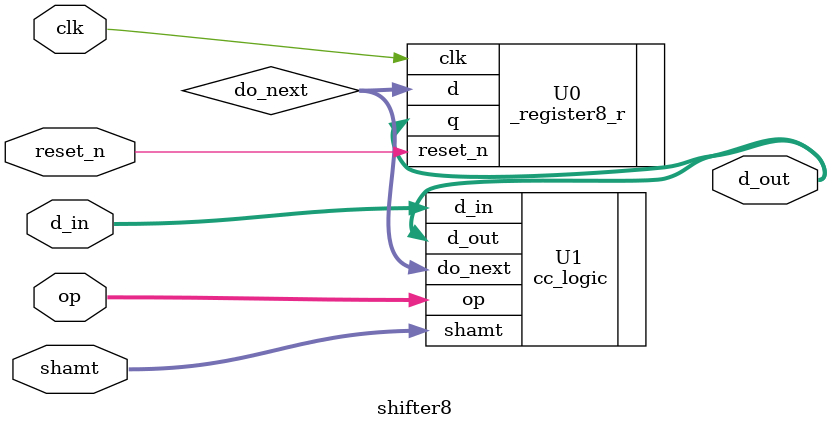
<source format=v>
module shifter8(clk, reset_n, op, shamt, d_in, d_out);// register에서 기억하고 있는 값을 입력된 shamt만큼 이동시키는 topmodule
input clk, reset_n;
input [2:0] op;
input [1:0] shamt;
input [7:0] d_in;
output [7:0] d_out;

wire [7:0] do_next;

_register8_r 	U0(.clk(clk), .reset_n(reset_n), .d(do_next), .q(d_out)); // 기억소자 
cc_logic 		U1(.op(op), .shamt(shamt), .d_in(d_in), .d_out(d_out), .do_next(do_next)); // 실제 bit stream을 opcode에 따라 움직이는 module

endmodule
</source>
